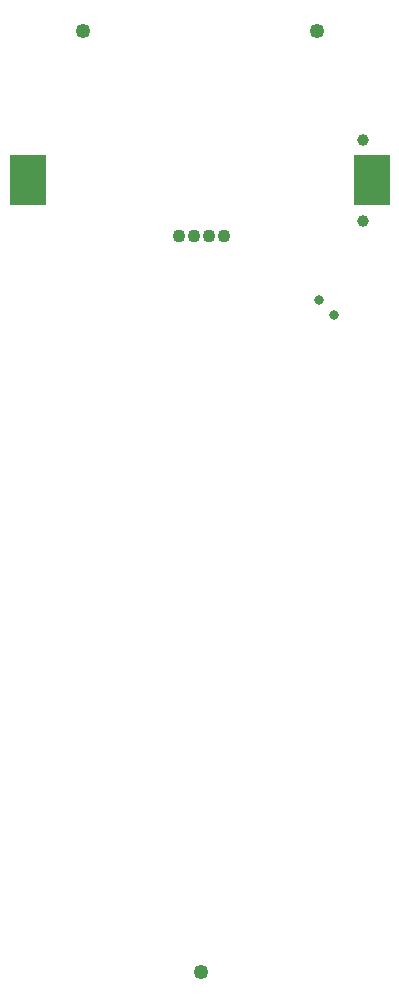
<source format=gbr>
%TF.GenerationSoftware,KiCad,Pcbnew,(5.1.6)-1*%
%TF.CreationDate,2020-11-28T14:47:11+02:00*%
%TF.ProjectId,PlantBuddy,506c616e-7442-4756-9464-792e6b696361,rev?*%
%TF.SameCoordinates,Original*%
%TF.FileFunction,Soldermask,Bot*%
%TF.FilePolarity,Negative*%
%FSLAX46Y46*%
G04 Gerber Fmt 4.6, Leading zero omitted, Abs format (unit mm)*
G04 Created by KiCad (PCBNEW (5.1.6)-1) date 2020-11-28 14:47:11*
%MOMM*%
%LPD*%
G01*
G04 APERTURE LIST*
%ADD10C,1.252000*%
%ADD11R,3.100000X4.300000*%
%ADD12C,1.100000*%
%ADD13C,1.000000*%
%ADD14C,0.800000*%
G04 APERTURE END LIST*
D10*
%TO.C,REF\u002A\u002A*%
X65730000Y-131410000D03*
%TD*%
%TO.C,REF\u002A\u002A*%
X75590000Y-51750000D03*
%TD*%
%TO.C,REF\u002A\u002A*%
X55780000Y-51755000D03*
%TD*%
D11*
%TO.C,BT1*%
X51090000Y-64370000D03*
X80190000Y-64370000D03*
%TD*%
D12*
%TO.C,J1*%
X63880000Y-69140000D03*
X65150000Y-69140000D03*
X66420000Y-69140000D03*
X67690000Y-69140000D03*
%TD*%
D13*
%TO.C,SW1*%
X79480000Y-61020000D03*
X79480000Y-67820000D03*
%TD*%
D14*
%TO.C,SW2*%
X77046396Y-75786396D03*
X75773604Y-74513604D03*
%TD*%
M02*

</source>
